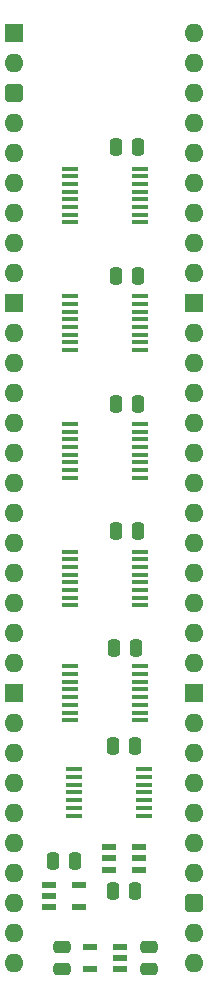
<source format=gbr>
%TF.GenerationSoftware,KiCad,Pcbnew,7.0.5*%
%TF.CreationDate,2024-01-24T07:17:00+02:00*%
%TF.ProjectId,Video Address Selector,56696465-6f20-4416-9464-726573732053,rev?*%
%TF.SameCoordinates,Original*%
%TF.FileFunction,Soldermask,Top*%
%TF.FilePolarity,Negative*%
%FSLAX46Y46*%
G04 Gerber Fmt 4.6, Leading zero omitted, Abs format (unit mm)*
G04 Created by KiCad (PCBNEW 7.0.5) date 2024-01-24 07:17:00*
%MOMM*%
%LPD*%
G01*
G04 APERTURE LIST*
G04 Aperture macros list*
%AMRoundRect*
0 Rectangle with rounded corners*
0 $1 Rounding radius*
0 $2 $3 $4 $5 $6 $7 $8 $9 X,Y pos of 4 corners*
0 Add a 4 corners polygon primitive as box body*
4,1,4,$2,$3,$4,$5,$6,$7,$8,$9,$2,$3,0*
0 Add four circle primitives for the rounded corners*
1,1,$1+$1,$2,$3*
1,1,$1+$1,$4,$5*
1,1,$1+$1,$6,$7*
1,1,$1+$1,$8,$9*
0 Add four rect primitives between the rounded corners*
20,1,$1+$1,$2,$3,$4,$5,0*
20,1,$1+$1,$4,$5,$6,$7,0*
20,1,$1+$1,$6,$7,$8,$9,0*
20,1,$1+$1,$8,$9,$2,$3,0*%
G04 Aperture macros list end*
%ADD10R,1.250000X0.600000*%
%ADD11R,1.450000X0.450000*%
%ADD12R,1.150000X0.600000*%
%ADD13R,1.475000X0.450000*%
%ADD14RoundRect,0.250000X0.250000X0.475000X-0.250000X0.475000X-0.250000X-0.475000X0.250000X-0.475000X0*%
%ADD15R,1.600000X1.600000*%
%ADD16O,1.600000X1.600000*%
%ADD17RoundRect,0.400000X-0.400000X-0.400000X0.400000X-0.400000X0.400000X0.400000X-0.400000X0.400000X0*%
%ADD18RoundRect,0.250000X0.475000X-0.250000X0.475000X0.250000X-0.475000X0.250000X-0.475000X-0.250000X0*%
G04 APERTURE END LIST*
D10*
%TO.C,IC9*%
X122321000Y-122240000D03*
X122321000Y-123190000D03*
X122321000Y-124140000D03*
X124821000Y-124140000D03*
X124821000Y-123190000D03*
X124821000Y-122240000D03*
%TD*%
D11*
%TO.C,IC8*%
X119045800Y-106929725D03*
X119045800Y-107579725D03*
X119045800Y-108229725D03*
X119045800Y-108879725D03*
X119045800Y-109529725D03*
X119045800Y-110179725D03*
X119045800Y-110829725D03*
X119045800Y-111479725D03*
X124895800Y-111479725D03*
X124895800Y-110829725D03*
X124895800Y-110179725D03*
X124895800Y-109529725D03*
X124895800Y-108879725D03*
X124895800Y-108229725D03*
X124895800Y-107579725D03*
X124895800Y-106929725D03*
%TD*%
%TO.C,IC7*%
X119045800Y-97211720D03*
X119045800Y-97861720D03*
X119045800Y-98511720D03*
X119045800Y-99161720D03*
X119045800Y-99811720D03*
X119045800Y-100461720D03*
X119045800Y-101111720D03*
X119045800Y-101761720D03*
X124895800Y-101761720D03*
X124895800Y-101111720D03*
X124895800Y-100461720D03*
X124895800Y-99811720D03*
X124895800Y-99161720D03*
X124895800Y-98511720D03*
X124895800Y-97861720D03*
X124895800Y-97211720D03*
%TD*%
%TO.C,IC6*%
X119045800Y-86401480D03*
X119045800Y-87051480D03*
X119045800Y-87701480D03*
X119045800Y-88351480D03*
X119045800Y-89001480D03*
X119045800Y-89651480D03*
X119045800Y-90301480D03*
X119045800Y-90951480D03*
X124895800Y-90951480D03*
X124895800Y-90301480D03*
X124895800Y-89651480D03*
X124895800Y-89001480D03*
X124895800Y-88351480D03*
X124895800Y-87701480D03*
X124895800Y-87051480D03*
X124895800Y-86401480D03*
%TD*%
D12*
%TO.C,IC5*%
X123270800Y-132588000D03*
X123270800Y-131638000D03*
X123270800Y-130688000D03*
X120670800Y-130688000D03*
X120670800Y-132588000D03*
%TD*%
D11*
%TO.C,IC4*%
X119045800Y-75591240D03*
X119045800Y-76241240D03*
X119045800Y-76891240D03*
X119045800Y-77541240D03*
X119045800Y-78191240D03*
X119045800Y-78841240D03*
X119045800Y-79491240D03*
X119045800Y-80141240D03*
X124895800Y-80141240D03*
X124895800Y-79491240D03*
X124895800Y-78841240D03*
X124895800Y-78191240D03*
X124895800Y-77541240D03*
X124895800Y-76891240D03*
X124895800Y-76241240D03*
X124895800Y-75591240D03*
%TD*%
%TO.C,IC3*%
X119045800Y-64781000D03*
X119045800Y-65431000D03*
X119045800Y-66081000D03*
X119045800Y-66731000D03*
X119045800Y-67381000D03*
X119045800Y-68031000D03*
X119045800Y-68681000D03*
X119045800Y-69331000D03*
X124895800Y-69331000D03*
X124895800Y-68681000D03*
X124895800Y-68031000D03*
X124895800Y-67381000D03*
X124895800Y-66731000D03*
X124895800Y-66081000D03*
X124895800Y-65431000D03*
X124895800Y-64781000D03*
%TD*%
D10*
%TO.C,IC2*%
X117241000Y-125415000D03*
X117241000Y-126365000D03*
X117241000Y-127315000D03*
X119741000Y-127315000D03*
X119741000Y-125415000D03*
%TD*%
D13*
%TO.C,IC1*%
X119363000Y-115652000D03*
X119363000Y-116302000D03*
X119363000Y-116952000D03*
X119363000Y-117602000D03*
X119363000Y-118252000D03*
X119363000Y-118902000D03*
X119363000Y-119552000D03*
X125239000Y-119552000D03*
X125239000Y-118902000D03*
X125239000Y-118252000D03*
X125239000Y-117602000D03*
X125239000Y-116952000D03*
X125239000Y-116302000D03*
X125239000Y-115652000D03*
%TD*%
D14*
%TO.C,C10*%
X119425000Y-123444000D03*
X117525000Y-123444000D03*
%TD*%
%TO.C,C9*%
X124505000Y-125984000D03*
X122605000Y-125984000D03*
%TD*%
D15*
%TO.C,J1*%
X114300000Y-53340000D03*
D16*
X114300000Y-55880000D03*
D17*
X114300000Y-58420000D03*
D16*
X114300000Y-60960000D03*
X114300000Y-63500000D03*
X114300000Y-66040000D03*
X114300000Y-68580000D03*
X114300000Y-71120000D03*
X114300000Y-73660000D03*
D15*
X114300000Y-76200000D03*
D16*
X114300000Y-78740000D03*
X114300000Y-81280000D03*
X114300000Y-83820000D03*
X114300000Y-86360000D03*
X114300000Y-88900000D03*
X114300000Y-91440000D03*
X114300000Y-93980000D03*
X114300000Y-96520000D03*
X114300000Y-99060000D03*
X114300000Y-101600000D03*
X114300000Y-104140000D03*
X114300000Y-106680000D03*
D15*
X114300000Y-109220000D03*
D16*
X114300000Y-111760000D03*
X114300000Y-114300000D03*
X114300000Y-116840000D03*
X114300000Y-119380000D03*
X114300000Y-121920000D03*
X114300000Y-124460000D03*
X114300000Y-127000000D03*
X114300000Y-129540000D03*
X114300000Y-132080000D03*
X129540000Y-132080000D03*
X129540000Y-129540000D03*
D17*
X129540000Y-127000000D03*
D16*
X129540000Y-124460000D03*
X129540000Y-121920000D03*
X129540000Y-119380000D03*
X129540000Y-116840000D03*
X129540000Y-114300000D03*
X129540000Y-111760000D03*
D15*
X129540000Y-109220000D03*
D16*
X129540000Y-106680000D03*
X129540000Y-104140000D03*
X129540000Y-101600000D03*
X129540000Y-99060000D03*
X129540000Y-96520000D03*
X129540000Y-93980000D03*
X129540000Y-91440000D03*
X129540000Y-88900000D03*
X129540000Y-86360000D03*
X129540000Y-83820000D03*
X129540000Y-81280000D03*
X129540000Y-78740000D03*
D15*
X129540000Y-76200000D03*
D16*
X129540000Y-73660000D03*
X129540000Y-71120000D03*
X129540000Y-68580000D03*
X129540000Y-66040000D03*
X129540000Y-63500000D03*
X129540000Y-60960000D03*
X129540000Y-58420000D03*
X129540000Y-55880000D03*
X129540000Y-53340000D03*
%TD*%
D18*
%TO.C,C5*%
X118287800Y-132572000D03*
X118287800Y-130672000D03*
%TD*%
D14*
%TO.C,C2*%
X124632000Y-105410000D03*
X122732000Y-105410000D03*
%TD*%
D18*
%TO.C,C4*%
X125653800Y-132572000D03*
X125653800Y-130672000D03*
%TD*%
D14*
%TO.C,C6*%
X124784400Y-84683600D03*
X122884400Y-84683600D03*
%TD*%
%TO.C,C3*%
X124784400Y-95453200D03*
X122884400Y-95453200D03*
%TD*%
%TO.C,C7*%
X124784400Y-73863200D03*
X122884400Y-73863200D03*
%TD*%
%TO.C,C1*%
X124505000Y-113665000D03*
X122605000Y-113665000D03*
%TD*%
%TO.C,C8*%
X124784400Y-62992000D03*
X122884400Y-62992000D03*
%TD*%
M02*

</source>
